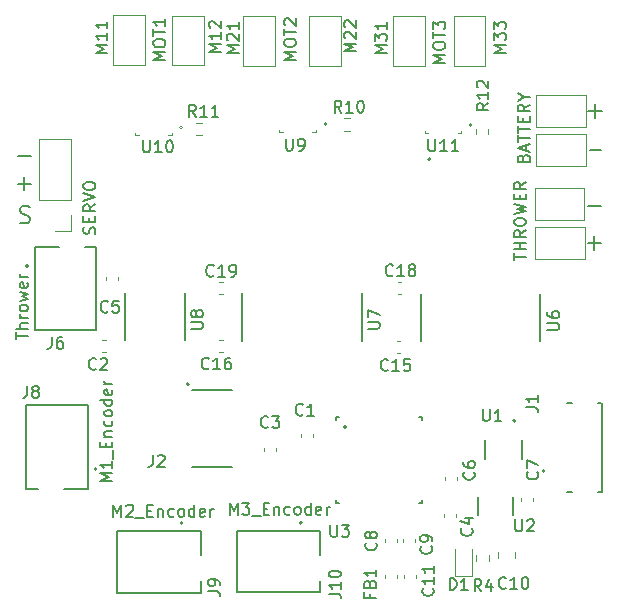
<source format=gbr>
%TF.GenerationSoftware,KiCad,Pcbnew,(6.0.7)*%
%TF.CreationDate,2022-10-31T13:10:49+02:00*%
%TF.ProjectId,DeltaX_SAGA,44656c74-6158-45f5-9341-47412e6b6963,rev?*%
%TF.SameCoordinates,Original*%
%TF.FileFunction,Legend,Top*%
%TF.FilePolarity,Positive*%
%FSLAX46Y46*%
G04 Gerber Fmt 4.6, Leading zero omitted, Abs format (unit mm)*
G04 Created by KiCad (PCBNEW (6.0.7)) date 2022-10-31 13:10:49*
%MOMM*%
%LPD*%
G01*
G04 APERTURE LIST*
%ADD10C,0.200000*%
%ADD11C,0.150000*%
%ADD12C,0.127000*%
%ADD13C,0.120000*%
%ADD14C,0.152400*%
G04 APERTURE END LIST*
D10*
X118850228Y-99031342D02*
X119993085Y-99031342D01*
X119421657Y-99602771D02*
X119421657Y-98459914D01*
X118867371Y-96681342D02*
X120010228Y-96681342D01*
X119030228Y-102321342D02*
X119244514Y-102392771D01*
X119601657Y-102392771D01*
X119744514Y-102321342D01*
X119815942Y-102249914D01*
X119887371Y-102107057D01*
X119887371Y-101964200D01*
X119815942Y-101821342D01*
X119744514Y-101749914D01*
X119601657Y-101678485D01*
X119315942Y-101607057D01*
X119173085Y-101535628D01*
X119101657Y-101464200D01*
X119030228Y-101321342D01*
X119030228Y-101178485D01*
X119101657Y-101035628D01*
X119173085Y-100964200D01*
X119315942Y-100892771D01*
X119673085Y-100892771D01*
X119887371Y-100964200D01*
X131351180Y-88558485D02*
X130351180Y-88558485D01*
X131065466Y-88225152D01*
X130351180Y-87891819D01*
X131351180Y-87891819D01*
X130351180Y-87225152D02*
X130351180Y-87034676D01*
X130398800Y-86939438D01*
X130494038Y-86844200D01*
X130684514Y-86796580D01*
X131017847Y-86796580D01*
X131208323Y-86844200D01*
X131303561Y-86939438D01*
X131351180Y-87034676D01*
X131351180Y-87225152D01*
X131303561Y-87320390D01*
X131208323Y-87415628D01*
X131017847Y-87463247D01*
X130684514Y-87463247D01*
X130494038Y-87415628D01*
X130398800Y-87320390D01*
X130351180Y-87225152D01*
X130351180Y-86510866D02*
X130351180Y-85939438D01*
X131351180Y-86225152D02*
X130351180Y-86225152D01*
X131351180Y-85082295D02*
X131351180Y-85653723D01*
X131351180Y-85368009D02*
X130351180Y-85368009D01*
X130494038Y-85463247D01*
X130589276Y-85558485D01*
X130636895Y-85653723D01*
X142421180Y-88518485D02*
X141421180Y-88518485D01*
X142135466Y-88185152D01*
X141421180Y-87851819D01*
X142421180Y-87851819D01*
X141421180Y-87185152D02*
X141421180Y-86994676D01*
X141468800Y-86899438D01*
X141564038Y-86804200D01*
X141754514Y-86756580D01*
X142087847Y-86756580D01*
X142278323Y-86804200D01*
X142373561Y-86899438D01*
X142421180Y-86994676D01*
X142421180Y-87185152D01*
X142373561Y-87280390D01*
X142278323Y-87375628D01*
X142087847Y-87423247D01*
X141754514Y-87423247D01*
X141564038Y-87375628D01*
X141468800Y-87280390D01*
X141421180Y-87185152D01*
X141421180Y-86470866D02*
X141421180Y-85899438D01*
X142421180Y-86185152D02*
X141421180Y-86185152D01*
X141516419Y-85613723D02*
X141468800Y-85566104D01*
X141421180Y-85470866D01*
X141421180Y-85232771D01*
X141468800Y-85137533D01*
X141516419Y-85089914D01*
X141611657Y-85042295D01*
X141706895Y-85042295D01*
X141849752Y-85089914D01*
X142421180Y-85661342D01*
X142421180Y-85042295D01*
X161677371Y-96854200D02*
X161724990Y-96711342D01*
X161772609Y-96663723D01*
X161867847Y-96616104D01*
X162010704Y-96616104D01*
X162105942Y-96663723D01*
X162153561Y-96711342D01*
X162201180Y-96806580D01*
X162201180Y-97187533D01*
X161201180Y-97187533D01*
X161201180Y-96854200D01*
X161248800Y-96758961D01*
X161296419Y-96711342D01*
X161391657Y-96663723D01*
X161486895Y-96663723D01*
X161582133Y-96711342D01*
X161629752Y-96758961D01*
X161677371Y-96854200D01*
X161677371Y-97187533D01*
X161915466Y-96235152D02*
X161915466Y-95758961D01*
X162201180Y-96330390D02*
X161201180Y-95997057D01*
X162201180Y-95663723D01*
X161201180Y-95473247D02*
X161201180Y-94901819D01*
X162201180Y-95187533D02*
X161201180Y-95187533D01*
X161201180Y-94711342D02*
X161201180Y-94139914D01*
X162201180Y-94425628D02*
X161201180Y-94425628D01*
X161677371Y-93806580D02*
X161677371Y-93473247D01*
X162201180Y-93330390D02*
X162201180Y-93806580D01*
X161201180Y-93806580D01*
X161201180Y-93330390D01*
X162201180Y-92330390D02*
X161724990Y-92663723D01*
X162201180Y-92901819D02*
X161201180Y-92901819D01*
X161201180Y-92520866D01*
X161248800Y-92425628D01*
X161296419Y-92378009D01*
X161391657Y-92330390D01*
X161534514Y-92330390D01*
X161629752Y-92378009D01*
X161677371Y-92425628D01*
X161724990Y-92520866D01*
X161724990Y-92901819D01*
X161724990Y-91711342D02*
X162201180Y-91711342D01*
X161201180Y-92044676D02*
X161724990Y-91711342D01*
X161201180Y-91378009D01*
X160881180Y-105501342D02*
X160881180Y-104929914D01*
X161881180Y-105215628D02*
X160881180Y-105215628D01*
X161881180Y-104596580D02*
X160881180Y-104596580D01*
X161357371Y-104596580D02*
X161357371Y-104025152D01*
X161881180Y-104025152D02*
X160881180Y-104025152D01*
X161881180Y-102977533D02*
X161404990Y-103310866D01*
X161881180Y-103548961D02*
X160881180Y-103548961D01*
X160881180Y-103168009D01*
X160928800Y-103072771D01*
X160976419Y-103025152D01*
X161071657Y-102977533D01*
X161214514Y-102977533D01*
X161309752Y-103025152D01*
X161357371Y-103072771D01*
X161404990Y-103168009D01*
X161404990Y-103548961D01*
X160881180Y-102358485D02*
X160881180Y-102168009D01*
X160928800Y-102072771D01*
X161024038Y-101977533D01*
X161214514Y-101929914D01*
X161547847Y-101929914D01*
X161738323Y-101977533D01*
X161833561Y-102072771D01*
X161881180Y-102168009D01*
X161881180Y-102358485D01*
X161833561Y-102453723D01*
X161738323Y-102548961D01*
X161547847Y-102596580D01*
X161214514Y-102596580D01*
X161024038Y-102548961D01*
X160928800Y-102453723D01*
X160881180Y-102358485D01*
X160881180Y-101596580D02*
X161881180Y-101358485D01*
X161166895Y-101168009D01*
X161881180Y-100977533D01*
X160881180Y-100739438D01*
X161357371Y-100358485D02*
X161357371Y-100025152D01*
X161881180Y-99882295D02*
X161881180Y-100358485D01*
X160881180Y-100358485D01*
X160881180Y-99882295D01*
X161881180Y-98882295D02*
X161404990Y-99215628D01*
X161881180Y-99453723D02*
X160881180Y-99453723D01*
X160881180Y-99072771D01*
X160928800Y-98977533D01*
X160976419Y-98929914D01*
X161071657Y-98882295D01*
X161214514Y-98882295D01*
X161309752Y-98929914D01*
X161357371Y-98977533D01*
X161404990Y-99072771D01*
X161404990Y-99453723D01*
X155051180Y-88778485D02*
X154051180Y-88778485D01*
X154765466Y-88445152D01*
X154051180Y-88111819D01*
X155051180Y-88111819D01*
X154051180Y-87445152D02*
X154051180Y-87254676D01*
X154098800Y-87159438D01*
X154194038Y-87064200D01*
X154384514Y-87016580D01*
X154717847Y-87016580D01*
X154908323Y-87064200D01*
X155003561Y-87159438D01*
X155051180Y-87254676D01*
X155051180Y-87445152D01*
X155003561Y-87540390D01*
X154908323Y-87635628D01*
X154717847Y-87683247D01*
X154384514Y-87683247D01*
X154194038Y-87635628D01*
X154098800Y-87540390D01*
X154051180Y-87445152D01*
X154051180Y-86730866D02*
X154051180Y-86159438D01*
X155051180Y-86445152D02*
X154051180Y-86445152D01*
X154051180Y-85921342D02*
X154051180Y-85302295D01*
X154432133Y-85635628D01*
X154432133Y-85492771D01*
X154479752Y-85397533D01*
X154527371Y-85349914D01*
X154622609Y-85302295D01*
X154860704Y-85302295D01*
X154955942Y-85349914D01*
X155003561Y-85397533D01*
X155051180Y-85492771D01*
X155051180Y-85778485D01*
X155003561Y-85873723D01*
X154955942Y-85921342D01*
%TO.C,J8*%
X119655466Y-116166580D02*
X119655466Y-116880866D01*
X119607847Y-117023723D01*
X119512609Y-117118961D01*
X119369752Y-117166580D01*
X119274514Y-117166580D01*
X120274514Y-116595152D02*
X120179276Y-116547533D01*
X120131657Y-116499914D01*
X120084038Y-116404676D01*
X120084038Y-116357057D01*
X120131657Y-116261819D01*
X120179276Y-116214200D01*
X120274514Y-116166580D01*
X120464990Y-116166580D01*
X120560228Y-116214200D01*
X120607847Y-116261819D01*
X120655466Y-116357057D01*
X120655466Y-116404676D01*
X120607847Y-116499914D01*
X120560228Y-116547533D01*
X120464990Y-116595152D01*
X120274514Y-116595152D01*
X120179276Y-116642771D01*
X120131657Y-116690390D01*
X120084038Y-116785628D01*
X120084038Y-116976104D01*
X120131657Y-117071342D01*
X120179276Y-117118961D01*
X120274514Y-117166580D01*
X120464990Y-117166580D01*
X120560228Y-117118961D01*
X120607847Y-117071342D01*
X120655466Y-116976104D01*
X120655466Y-116785628D01*
X120607847Y-116690390D01*
X120560228Y-116642771D01*
X120464990Y-116595152D01*
X126871180Y-124200866D02*
X125871180Y-124200866D01*
X126585466Y-123867533D01*
X125871180Y-123534200D01*
X126871180Y-123534200D01*
X126871180Y-122534200D02*
X126871180Y-123105628D01*
X126871180Y-122819914D02*
X125871180Y-122819914D01*
X126014038Y-122915152D01*
X126109276Y-123010390D01*
X126156895Y-123105628D01*
X126966419Y-122343723D02*
X126966419Y-121581819D01*
X126347371Y-121343723D02*
X126347371Y-121010390D01*
X126871180Y-120867533D02*
X126871180Y-121343723D01*
X125871180Y-121343723D01*
X125871180Y-120867533D01*
X126204514Y-120438961D02*
X126871180Y-120438961D01*
X126299752Y-120438961D02*
X126252133Y-120391342D01*
X126204514Y-120296104D01*
X126204514Y-120153247D01*
X126252133Y-120058009D01*
X126347371Y-120010390D01*
X126871180Y-120010390D01*
X126823561Y-119105628D02*
X126871180Y-119200866D01*
X126871180Y-119391342D01*
X126823561Y-119486580D01*
X126775942Y-119534200D01*
X126680704Y-119581819D01*
X126394990Y-119581819D01*
X126299752Y-119534200D01*
X126252133Y-119486580D01*
X126204514Y-119391342D01*
X126204514Y-119200866D01*
X126252133Y-119105628D01*
X126871180Y-118534200D02*
X126823561Y-118629438D01*
X126775942Y-118677057D01*
X126680704Y-118724676D01*
X126394990Y-118724676D01*
X126299752Y-118677057D01*
X126252133Y-118629438D01*
X126204514Y-118534200D01*
X126204514Y-118391342D01*
X126252133Y-118296104D01*
X126299752Y-118248485D01*
X126394990Y-118200866D01*
X126680704Y-118200866D01*
X126775942Y-118248485D01*
X126823561Y-118296104D01*
X126871180Y-118391342D01*
X126871180Y-118534200D01*
X126871180Y-117343723D02*
X125871180Y-117343723D01*
X126823561Y-117343723D02*
X126871180Y-117438961D01*
X126871180Y-117629438D01*
X126823561Y-117724676D01*
X126775942Y-117772295D01*
X126680704Y-117819914D01*
X126394990Y-117819914D01*
X126299752Y-117772295D01*
X126252133Y-117724676D01*
X126204514Y-117629438D01*
X126204514Y-117438961D01*
X126252133Y-117343723D01*
X126823561Y-116486580D02*
X126871180Y-116581819D01*
X126871180Y-116772295D01*
X126823561Y-116867533D01*
X126728323Y-116915152D01*
X126347371Y-116915152D01*
X126252133Y-116867533D01*
X126204514Y-116772295D01*
X126204514Y-116581819D01*
X126252133Y-116486580D01*
X126347371Y-116438961D01*
X126442609Y-116438961D01*
X126537847Y-116915152D01*
X126871180Y-116010390D02*
X126204514Y-116010390D01*
X126394990Y-116010390D02*
X126299752Y-115962771D01*
X126252133Y-115915152D01*
X126204514Y-115819914D01*
X126204514Y-115724676D01*
%TO.C,J6*%
X121735466Y-111996580D02*
X121735466Y-112710866D01*
X121687847Y-112853723D01*
X121592609Y-112948961D01*
X121449752Y-112996580D01*
X121354514Y-112996580D01*
X122640228Y-111996580D02*
X122449752Y-111996580D01*
X122354514Y-112044200D01*
X122306895Y-112091819D01*
X122211657Y-112234676D01*
X122164038Y-112425152D01*
X122164038Y-112806104D01*
X122211657Y-112901342D01*
X122259276Y-112948961D01*
X122354514Y-112996580D01*
X122544990Y-112996580D01*
X122640228Y-112948961D01*
X122687847Y-112901342D01*
X122735466Y-112806104D01*
X122735466Y-112568009D01*
X122687847Y-112472771D01*
X122640228Y-112425152D01*
X122544990Y-112377533D01*
X122354514Y-112377533D01*
X122259276Y-112425152D01*
X122211657Y-112472771D01*
X122164038Y-112568009D01*
X118711180Y-112196104D02*
X118711180Y-111624676D01*
X119711180Y-111910390D02*
X118711180Y-111910390D01*
X119711180Y-111291342D02*
X118711180Y-111291342D01*
X119711180Y-110862771D02*
X119187371Y-110862771D01*
X119092133Y-110910390D01*
X119044514Y-111005628D01*
X119044514Y-111148485D01*
X119092133Y-111243723D01*
X119139752Y-111291342D01*
X119711180Y-110386580D02*
X119044514Y-110386580D01*
X119234990Y-110386580D02*
X119139752Y-110338961D01*
X119092133Y-110291342D01*
X119044514Y-110196104D01*
X119044514Y-110100866D01*
X119711180Y-109624676D02*
X119663561Y-109719914D01*
X119615942Y-109767533D01*
X119520704Y-109815152D01*
X119234990Y-109815152D01*
X119139752Y-109767533D01*
X119092133Y-109719914D01*
X119044514Y-109624676D01*
X119044514Y-109481819D01*
X119092133Y-109386580D01*
X119139752Y-109338961D01*
X119234990Y-109291342D01*
X119520704Y-109291342D01*
X119615942Y-109338961D01*
X119663561Y-109386580D01*
X119711180Y-109481819D01*
X119711180Y-109624676D01*
X119044514Y-108958009D02*
X119711180Y-108767533D01*
X119234990Y-108577057D01*
X119711180Y-108386580D01*
X119044514Y-108196104D01*
X119663561Y-107434200D02*
X119711180Y-107529438D01*
X119711180Y-107719914D01*
X119663561Y-107815152D01*
X119568323Y-107862771D01*
X119187371Y-107862771D01*
X119092133Y-107815152D01*
X119044514Y-107719914D01*
X119044514Y-107529438D01*
X119092133Y-107434200D01*
X119187371Y-107386580D01*
X119282609Y-107386580D01*
X119377847Y-107862771D01*
X119711180Y-106958009D02*
X119044514Y-106958009D01*
X119234990Y-106958009D02*
X119139752Y-106910390D01*
X119092133Y-106862771D01*
X119044514Y-106767533D01*
X119044514Y-106672295D01*
%TO.C,C2*%
X125502133Y-114691342D02*
X125454514Y-114738961D01*
X125311657Y-114786580D01*
X125216419Y-114786580D01*
X125073561Y-114738961D01*
X124978323Y-114643723D01*
X124930704Y-114548485D01*
X124883085Y-114358009D01*
X124883085Y-114215152D01*
X124930704Y-114024676D01*
X124978323Y-113929438D01*
X125073561Y-113834200D01*
X125216419Y-113786580D01*
X125311657Y-113786580D01*
X125454514Y-113834200D01*
X125502133Y-113881819D01*
X125883085Y-113881819D02*
X125930704Y-113834200D01*
X126025942Y-113786580D01*
X126264038Y-113786580D01*
X126359276Y-113834200D01*
X126406895Y-113881819D01*
X126454514Y-113977057D01*
X126454514Y-114072295D01*
X126406895Y-114215152D01*
X125835466Y-114786580D01*
X126454514Y-114786580D01*
%TO.C,C1*%
X143012133Y-118571342D02*
X142964514Y-118618961D01*
X142821657Y-118666580D01*
X142726419Y-118666580D01*
X142583561Y-118618961D01*
X142488323Y-118523723D01*
X142440704Y-118428485D01*
X142393085Y-118238009D01*
X142393085Y-118095152D01*
X142440704Y-117904676D01*
X142488323Y-117809438D01*
X142583561Y-117714200D01*
X142726419Y-117666580D01*
X142821657Y-117666580D01*
X142964514Y-117714200D01*
X143012133Y-117761819D01*
X143964514Y-118666580D02*
X143393085Y-118666580D01*
X143678800Y-118666580D02*
X143678800Y-117666580D01*
X143583561Y-117809438D01*
X143488323Y-117904676D01*
X143393085Y-117952295D01*
%TO.C,J3*%
X125383561Y-103264676D02*
X125431180Y-103121819D01*
X125431180Y-102883723D01*
X125383561Y-102788485D01*
X125335942Y-102740866D01*
X125240704Y-102693247D01*
X125145466Y-102693247D01*
X125050228Y-102740866D01*
X125002609Y-102788485D01*
X124954990Y-102883723D01*
X124907371Y-103074200D01*
X124859752Y-103169438D01*
X124812133Y-103217057D01*
X124716895Y-103264676D01*
X124621657Y-103264676D01*
X124526419Y-103217057D01*
X124478800Y-103169438D01*
X124431180Y-103074200D01*
X124431180Y-102836104D01*
X124478800Y-102693247D01*
X124907371Y-102264676D02*
X124907371Y-101931342D01*
X125431180Y-101788485D02*
X125431180Y-102264676D01*
X124431180Y-102264676D01*
X124431180Y-101788485D01*
X125431180Y-100788485D02*
X124954990Y-101121819D01*
X125431180Y-101359914D02*
X124431180Y-101359914D01*
X124431180Y-100978961D01*
X124478800Y-100883723D01*
X124526419Y-100836104D01*
X124621657Y-100788485D01*
X124764514Y-100788485D01*
X124859752Y-100836104D01*
X124907371Y-100883723D01*
X124954990Y-100978961D01*
X124954990Y-101359914D01*
X124431180Y-100502771D02*
X125431180Y-100169438D01*
X124431180Y-99836104D01*
X124431180Y-99312295D02*
X124431180Y-99121819D01*
X124478800Y-99026580D01*
X124574038Y-98931342D01*
X124764514Y-98883723D01*
X125097847Y-98883723D01*
X125288323Y-98931342D01*
X125383561Y-99026580D01*
X125431180Y-99121819D01*
X125431180Y-99312295D01*
X125383561Y-99407533D01*
X125288323Y-99502771D01*
X125097847Y-99550390D01*
X124764514Y-99550390D01*
X124574038Y-99502771D01*
X124478800Y-99407533D01*
X124431180Y-99312295D01*
%TO.C,FB1*%
X148677371Y-133747533D02*
X148677371Y-134080866D01*
X149201180Y-134080866D02*
X148201180Y-134080866D01*
X148201180Y-133604676D01*
X148677371Y-132890390D02*
X148724990Y-132747533D01*
X148772609Y-132699914D01*
X148867847Y-132652295D01*
X149010704Y-132652295D01*
X149105942Y-132699914D01*
X149153561Y-132747533D01*
X149201180Y-132842771D01*
X149201180Y-133223723D01*
X148201180Y-133223723D01*
X148201180Y-132890390D01*
X148248800Y-132795152D01*
X148296419Y-132747533D01*
X148391657Y-132699914D01*
X148486895Y-132699914D01*
X148582133Y-132747533D01*
X148629752Y-132795152D01*
X148677371Y-132890390D01*
X148677371Y-133223723D01*
X149201180Y-131699914D02*
X149201180Y-132271342D01*
X149201180Y-131985628D02*
X148201180Y-131985628D01*
X148344038Y-132080866D01*
X148439276Y-132176104D01*
X148486895Y-132271342D01*
%TO.C,C8*%
X149175942Y-129430866D02*
X149223561Y-129478485D01*
X149271180Y-129621342D01*
X149271180Y-129716580D01*
X149223561Y-129859438D01*
X149128323Y-129954676D01*
X149033085Y-130002295D01*
X148842609Y-130049914D01*
X148699752Y-130049914D01*
X148509276Y-130002295D01*
X148414038Y-129954676D01*
X148318800Y-129859438D01*
X148271180Y-129716580D01*
X148271180Y-129621342D01*
X148318800Y-129478485D01*
X148366419Y-129430866D01*
X148699752Y-128859438D02*
X148652133Y-128954676D01*
X148604514Y-129002295D01*
X148509276Y-129049914D01*
X148461657Y-129049914D01*
X148366419Y-129002295D01*
X148318800Y-128954676D01*
X148271180Y-128859438D01*
X148271180Y-128668961D01*
X148318800Y-128573723D01*
X148366419Y-128526104D01*
X148461657Y-128478485D01*
X148509276Y-128478485D01*
X148604514Y-128526104D01*
X148652133Y-128573723D01*
X148699752Y-128668961D01*
X148699752Y-128859438D01*
X148747371Y-128954676D01*
X148794990Y-129002295D01*
X148890228Y-129049914D01*
X149080704Y-129049914D01*
X149175942Y-129002295D01*
X149223561Y-128954676D01*
X149271180Y-128859438D01*
X149271180Y-128668961D01*
X149223561Y-128573723D01*
X149175942Y-128526104D01*
X149080704Y-128478485D01*
X148890228Y-128478485D01*
X148794990Y-128526104D01*
X148747371Y-128573723D01*
X148699752Y-128668961D01*
%TO.C,J2*%
X130295466Y-122016580D02*
X130295466Y-122730866D01*
X130247847Y-122873723D01*
X130152609Y-122968961D01*
X130009752Y-123016580D01*
X129914514Y-123016580D01*
X130724038Y-122111819D02*
X130771657Y-122064200D01*
X130866895Y-122016580D01*
X131104990Y-122016580D01*
X131200228Y-122064200D01*
X131247847Y-122111819D01*
X131295466Y-122207057D01*
X131295466Y-122302295D01*
X131247847Y-122445152D01*
X130676419Y-123016580D01*
X131295466Y-123016580D01*
%TO.C,J16*%
X167692742Y-104642228D02*
X167692742Y-103499371D01*
X168264171Y-104070800D02*
X167121314Y-104070800D01*
%TO.C,U3*%
X145336895Y-127916580D02*
X145336895Y-128726104D01*
X145384514Y-128821342D01*
X145432133Y-128868961D01*
X145527371Y-128916580D01*
X145717847Y-128916580D01*
X145813085Y-128868961D01*
X145860704Y-128821342D01*
X145908323Y-128726104D01*
X145908323Y-127916580D01*
X146289276Y-127916580D02*
X146908323Y-127916580D01*
X146574990Y-128297533D01*
X146717847Y-128297533D01*
X146813085Y-128345152D01*
X146860704Y-128392771D01*
X146908323Y-128488009D01*
X146908323Y-128726104D01*
X146860704Y-128821342D01*
X146813085Y-128868961D01*
X146717847Y-128916580D01*
X146432133Y-128916580D01*
X146336895Y-128868961D01*
X146289276Y-128821342D01*
%TO.C,D1*%
X155450704Y-133426580D02*
X155450704Y-132426580D01*
X155688800Y-132426580D01*
X155831657Y-132474200D01*
X155926895Y-132569438D01*
X155974514Y-132664676D01*
X156022133Y-132855152D01*
X156022133Y-132998009D01*
X155974514Y-133188485D01*
X155926895Y-133283723D01*
X155831657Y-133378961D01*
X155688800Y-133426580D01*
X155450704Y-133426580D01*
X156974514Y-133426580D02*
X156403085Y-133426580D01*
X156688800Y-133426580D02*
X156688800Y-132426580D01*
X156593561Y-132569438D01*
X156498323Y-132664676D01*
X156403085Y-132712295D01*
%TO.C,J17*%
X168258628Y-100890257D02*
X167115771Y-100890257D01*
%TO.C,C11*%
X154005942Y-133297057D02*
X154053561Y-133344676D01*
X154101180Y-133487533D01*
X154101180Y-133582771D01*
X154053561Y-133725628D01*
X153958323Y-133820866D01*
X153863085Y-133868485D01*
X153672609Y-133916104D01*
X153529752Y-133916104D01*
X153339276Y-133868485D01*
X153244038Y-133820866D01*
X153148800Y-133725628D01*
X153101180Y-133582771D01*
X153101180Y-133487533D01*
X153148800Y-133344676D01*
X153196419Y-133297057D01*
X154101180Y-132344676D02*
X154101180Y-132916104D01*
X154101180Y-132630390D02*
X153101180Y-132630390D01*
X153244038Y-132725628D01*
X153339276Y-132820866D01*
X153386895Y-132916104D01*
X154101180Y-131392295D02*
X154101180Y-131963723D01*
X154101180Y-131678009D02*
X153101180Y-131678009D01*
X153244038Y-131773247D01*
X153339276Y-131868485D01*
X153386895Y-131963723D01*
%TO.C,R4*%
X158112133Y-133536580D02*
X157778800Y-133060390D01*
X157540704Y-133536580D02*
X157540704Y-132536580D01*
X157921657Y-132536580D01*
X158016895Y-132584200D01*
X158064514Y-132631819D01*
X158112133Y-132727057D01*
X158112133Y-132869914D01*
X158064514Y-132965152D01*
X158016895Y-133012771D01*
X157921657Y-133060390D01*
X157540704Y-133060390D01*
X158969276Y-132869914D02*
X158969276Y-133536580D01*
X158731180Y-132488961D02*
X158493085Y-133203247D01*
X159112133Y-133203247D01*
%TO.C,U9*%
X141576895Y-95226580D02*
X141576895Y-96036104D01*
X141624514Y-96131342D01*
X141672133Y-96178961D01*
X141767371Y-96226580D01*
X141957847Y-96226580D01*
X142053085Y-96178961D01*
X142100704Y-96131342D01*
X142148323Y-96036104D01*
X142148323Y-95226580D01*
X142672133Y-96226580D02*
X142862609Y-96226580D01*
X142957847Y-96178961D01*
X143005466Y-96131342D01*
X143100704Y-95988485D01*
X143148323Y-95798009D01*
X143148323Y-95417057D01*
X143100704Y-95321819D01*
X143053085Y-95274200D01*
X142957847Y-95226580D01*
X142767371Y-95226580D01*
X142672133Y-95274200D01*
X142624514Y-95321819D01*
X142576895Y-95417057D01*
X142576895Y-95655152D01*
X142624514Y-95750390D01*
X142672133Y-95798009D01*
X142767371Y-95845628D01*
X142957847Y-95845628D01*
X143053085Y-95798009D01*
X143100704Y-95750390D01*
X143148323Y-95655152D01*
%TO.C,J4*%
X126461180Y-87929914D02*
X125461180Y-87929914D01*
X126175466Y-87596580D01*
X125461180Y-87263247D01*
X126461180Y-87263247D01*
X126461180Y-86263247D02*
X126461180Y-86834676D01*
X126461180Y-86548961D02*
X125461180Y-86548961D01*
X125604038Y-86644200D01*
X125699276Y-86739438D01*
X125746895Y-86834676D01*
X126461180Y-85310866D02*
X126461180Y-85882295D01*
X126461180Y-85596580D02*
X125461180Y-85596580D01*
X125604038Y-85691819D01*
X125699276Y-85787057D01*
X125746895Y-85882295D01*
%TO.C,J10*%
X145201180Y-133743723D02*
X145915466Y-133743723D01*
X146058323Y-133791342D01*
X146153561Y-133886580D01*
X146201180Y-134029438D01*
X146201180Y-134124676D01*
X146201180Y-132743723D02*
X146201180Y-133315152D01*
X146201180Y-133029438D02*
X145201180Y-133029438D01*
X145344038Y-133124676D01*
X145439276Y-133219914D01*
X145486895Y-133315152D01*
X145201180Y-132124676D02*
X145201180Y-132029438D01*
X145248800Y-131934200D01*
X145296419Y-131886580D01*
X145391657Y-131838961D01*
X145582133Y-131791342D01*
X145820228Y-131791342D01*
X146010704Y-131838961D01*
X146105942Y-131886580D01*
X146153561Y-131934200D01*
X146201180Y-132029438D01*
X146201180Y-132124676D01*
X146153561Y-132219914D01*
X146105942Y-132267533D01*
X146010704Y-132315152D01*
X145820228Y-132362771D01*
X145582133Y-132362771D01*
X145391657Y-132315152D01*
X145296419Y-132267533D01*
X145248800Y-132219914D01*
X145201180Y-132124676D01*
X136822133Y-127056580D02*
X136822133Y-126056580D01*
X137155466Y-126770866D01*
X137488800Y-126056580D01*
X137488800Y-127056580D01*
X137869752Y-126056580D02*
X138488800Y-126056580D01*
X138155466Y-126437533D01*
X138298323Y-126437533D01*
X138393561Y-126485152D01*
X138441180Y-126532771D01*
X138488800Y-126628009D01*
X138488800Y-126866104D01*
X138441180Y-126961342D01*
X138393561Y-127008961D01*
X138298323Y-127056580D01*
X138012609Y-127056580D01*
X137917371Y-127008961D01*
X137869752Y-126961342D01*
X138679276Y-127151819D02*
X139441180Y-127151819D01*
X139679276Y-126532771D02*
X140012609Y-126532771D01*
X140155466Y-127056580D02*
X139679276Y-127056580D01*
X139679276Y-126056580D01*
X140155466Y-126056580D01*
X140584038Y-126389914D02*
X140584038Y-127056580D01*
X140584038Y-126485152D02*
X140631657Y-126437533D01*
X140726895Y-126389914D01*
X140869752Y-126389914D01*
X140964990Y-126437533D01*
X141012609Y-126532771D01*
X141012609Y-127056580D01*
X141917371Y-127008961D02*
X141822133Y-127056580D01*
X141631657Y-127056580D01*
X141536419Y-127008961D01*
X141488800Y-126961342D01*
X141441180Y-126866104D01*
X141441180Y-126580390D01*
X141488800Y-126485152D01*
X141536419Y-126437533D01*
X141631657Y-126389914D01*
X141822133Y-126389914D01*
X141917371Y-126437533D01*
X142488800Y-127056580D02*
X142393561Y-127008961D01*
X142345942Y-126961342D01*
X142298323Y-126866104D01*
X142298323Y-126580390D01*
X142345942Y-126485152D01*
X142393561Y-126437533D01*
X142488800Y-126389914D01*
X142631657Y-126389914D01*
X142726895Y-126437533D01*
X142774514Y-126485152D01*
X142822133Y-126580390D01*
X142822133Y-126866104D01*
X142774514Y-126961342D01*
X142726895Y-127008961D01*
X142631657Y-127056580D01*
X142488800Y-127056580D01*
X143679276Y-127056580D02*
X143679276Y-126056580D01*
X143679276Y-127008961D02*
X143584038Y-127056580D01*
X143393561Y-127056580D01*
X143298323Y-127008961D01*
X143250704Y-126961342D01*
X143203085Y-126866104D01*
X143203085Y-126580390D01*
X143250704Y-126485152D01*
X143298323Y-126437533D01*
X143393561Y-126389914D01*
X143584038Y-126389914D01*
X143679276Y-126437533D01*
X144536419Y-127008961D02*
X144441180Y-127056580D01*
X144250704Y-127056580D01*
X144155466Y-127008961D01*
X144107847Y-126913723D01*
X144107847Y-126532771D01*
X144155466Y-126437533D01*
X144250704Y-126389914D01*
X144441180Y-126389914D01*
X144536419Y-126437533D01*
X144584038Y-126532771D01*
X144584038Y-126628009D01*
X144107847Y-126723247D01*
X145012609Y-127056580D02*
X145012609Y-126389914D01*
X145012609Y-126580390D02*
X145060228Y-126485152D01*
X145107847Y-126437533D01*
X145203085Y-126389914D01*
X145298323Y-126389914D01*
%TO.C,J7*%
X168220542Y-96208485D02*
X167306257Y-96208485D01*
%TO.C,C5*%
X126502133Y-109841342D02*
X126454514Y-109888961D01*
X126311657Y-109936580D01*
X126216419Y-109936580D01*
X126073561Y-109888961D01*
X125978323Y-109793723D01*
X125930704Y-109698485D01*
X125883085Y-109508009D01*
X125883085Y-109365152D01*
X125930704Y-109174676D01*
X125978323Y-109079438D01*
X126073561Y-108984200D01*
X126216419Y-108936580D01*
X126311657Y-108936580D01*
X126454514Y-108984200D01*
X126502133Y-109031819D01*
X127406895Y-108936580D02*
X126930704Y-108936580D01*
X126883085Y-109412771D01*
X126930704Y-109365152D01*
X127025942Y-109317533D01*
X127264038Y-109317533D01*
X127359276Y-109365152D01*
X127406895Y-109412771D01*
X127454514Y-109508009D01*
X127454514Y-109746104D01*
X127406895Y-109841342D01*
X127359276Y-109888961D01*
X127264038Y-109936580D01*
X127025942Y-109936580D01*
X126930704Y-109888961D01*
X126883085Y-109841342D01*
%TO.C,R11*%
X133945942Y-93356580D02*
X133612609Y-92880390D01*
X133374514Y-93356580D02*
X133374514Y-92356580D01*
X133755466Y-92356580D01*
X133850704Y-92404200D01*
X133898323Y-92451819D01*
X133945942Y-92547057D01*
X133945942Y-92689914D01*
X133898323Y-92785152D01*
X133850704Y-92832771D01*
X133755466Y-92880390D01*
X133374514Y-92880390D01*
X134898323Y-93356580D02*
X134326895Y-93356580D01*
X134612609Y-93356580D02*
X134612609Y-92356580D01*
X134517371Y-92499438D01*
X134422133Y-92594676D01*
X134326895Y-92642295D01*
X135850704Y-93356580D02*
X135279276Y-93356580D01*
X135564990Y-93356580D02*
X135564990Y-92356580D01*
X135469752Y-92499438D01*
X135374514Y-92594676D01*
X135279276Y-92642295D01*
%TO.C,C16*%
X135045942Y-114651342D02*
X134998323Y-114698961D01*
X134855466Y-114746580D01*
X134760228Y-114746580D01*
X134617371Y-114698961D01*
X134522133Y-114603723D01*
X134474514Y-114508485D01*
X134426895Y-114318009D01*
X134426895Y-114175152D01*
X134474514Y-113984676D01*
X134522133Y-113889438D01*
X134617371Y-113794200D01*
X134760228Y-113746580D01*
X134855466Y-113746580D01*
X134998323Y-113794200D01*
X135045942Y-113841819D01*
X135998323Y-114746580D02*
X135426895Y-114746580D01*
X135712609Y-114746580D02*
X135712609Y-113746580D01*
X135617371Y-113889438D01*
X135522133Y-113984676D01*
X135426895Y-114032295D01*
X136855466Y-113746580D02*
X136664990Y-113746580D01*
X136569752Y-113794200D01*
X136522133Y-113841819D01*
X136426895Y-113984676D01*
X136379276Y-114175152D01*
X136379276Y-114556104D01*
X136426895Y-114651342D01*
X136474514Y-114698961D01*
X136569752Y-114746580D01*
X136760228Y-114746580D01*
X136855466Y-114698961D01*
X136903085Y-114651342D01*
X136950704Y-114556104D01*
X136950704Y-114318009D01*
X136903085Y-114222771D01*
X136855466Y-114175152D01*
X136760228Y-114127533D01*
X136569752Y-114127533D01*
X136474514Y-114175152D01*
X136426895Y-114222771D01*
X136379276Y-114318009D01*
%TO.C,J12*%
X137571180Y-87989914D02*
X136571180Y-87989914D01*
X137285466Y-87656580D01*
X136571180Y-87323247D01*
X137571180Y-87323247D01*
X136666419Y-86894676D02*
X136618800Y-86847057D01*
X136571180Y-86751819D01*
X136571180Y-86513723D01*
X136618800Y-86418485D01*
X136666419Y-86370866D01*
X136761657Y-86323247D01*
X136856895Y-86323247D01*
X136999752Y-86370866D01*
X137571180Y-86942295D01*
X137571180Y-86323247D01*
X137571180Y-85370866D02*
X137571180Y-85942295D01*
X137571180Y-85656580D02*
X136571180Y-85656580D01*
X136714038Y-85751819D01*
X136809276Y-85847057D01*
X136856895Y-85942295D01*
%TO.C,U10*%
X129480704Y-95366580D02*
X129480704Y-96176104D01*
X129528323Y-96271342D01*
X129575942Y-96318961D01*
X129671180Y-96366580D01*
X129861657Y-96366580D01*
X129956895Y-96318961D01*
X130004514Y-96271342D01*
X130052133Y-96176104D01*
X130052133Y-95366580D01*
X131052133Y-96366580D02*
X130480704Y-96366580D01*
X130766419Y-96366580D02*
X130766419Y-95366580D01*
X130671180Y-95509438D01*
X130575942Y-95604676D01*
X130480704Y-95652295D01*
X131671180Y-95366580D02*
X131766419Y-95366580D01*
X131861657Y-95414200D01*
X131909276Y-95461819D01*
X131956895Y-95557057D01*
X132004514Y-95747533D01*
X132004514Y-95985628D01*
X131956895Y-96176104D01*
X131909276Y-96271342D01*
X131861657Y-96318961D01*
X131766419Y-96366580D01*
X131671180Y-96366580D01*
X131575942Y-96318961D01*
X131528323Y-96271342D01*
X131480704Y-96176104D01*
X131433085Y-95985628D01*
X131433085Y-95747533D01*
X131480704Y-95557057D01*
X131528323Y-95461819D01*
X131575942Y-95414200D01*
X131671180Y-95366580D01*
%TO.C,J13*%
X147511180Y-87829914D02*
X146511180Y-87829914D01*
X147225466Y-87496580D01*
X146511180Y-87163247D01*
X147511180Y-87163247D01*
X146606419Y-86734676D02*
X146558800Y-86687057D01*
X146511180Y-86591819D01*
X146511180Y-86353723D01*
X146558800Y-86258485D01*
X146606419Y-86210866D01*
X146701657Y-86163247D01*
X146796895Y-86163247D01*
X146939752Y-86210866D01*
X147511180Y-86782295D01*
X147511180Y-86163247D01*
X146606419Y-85782295D02*
X146558800Y-85734676D01*
X146511180Y-85639438D01*
X146511180Y-85401342D01*
X146558800Y-85306104D01*
X146606419Y-85258485D01*
X146701657Y-85210866D01*
X146796895Y-85210866D01*
X146939752Y-85258485D01*
X147511180Y-85829914D01*
X147511180Y-85210866D01*
%TO.C,C6*%
X157485942Y-123460866D02*
X157533561Y-123508485D01*
X157581180Y-123651342D01*
X157581180Y-123746580D01*
X157533561Y-123889438D01*
X157438323Y-123984676D01*
X157343085Y-124032295D01*
X157152609Y-124079914D01*
X157009752Y-124079914D01*
X156819276Y-124032295D01*
X156724038Y-123984676D01*
X156628800Y-123889438D01*
X156581180Y-123746580D01*
X156581180Y-123651342D01*
X156628800Y-123508485D01*
X156676419Y-123460866D01*
X156581180Y-122603723D02*
X156581180Y-122794200D01*
X156628800Y-122889438D01*
X156676419Y-122937057D01*
X156819276Y-123032295D01*
X157009752Y-123079914D01*
X157390704Y-123079914D01*
X157485942Y-123032295D01*
X157533561Y-122984676D01*
X157581180Y-122889438D01*
X157581180Y-122698961D01*
X157533561Y-122603723D01*
X157485942Y-122556104D01*
X157390704Y-122508485D01*
X157152609Y-122508485D01*
X157057371Y-122556104D01*
X157009752Y-122603723D01*
X156962133Y-122698961D01*
X156962133Y-122889438D01*
X157009752Y-122984676D01*
X157057371Y-123032295D01*
X157152609Y-123079914D01*
%TO.C,R10*%
X146275942Y-93006580D02*
X145942609Y-92530390D01*
X145704514Y-93006580D02*
X145704514Y-92006580D01*
X146085466Y-92006580D01*
X146180704Y-92054200D01*
X146228323Y-92101819D01*
X146275942Y-92197057D01*
X146275942Y-92339914D01*
X146228323Y-92435152D01*
X146180704Y-92482771D01*
X146085466Y-92530390D01*
X145704514Y-92530390D01*
X147228323Y-93006580D02*
X146656895Y-93006580D01*
X146942609Y-93006580D02*
X146942609Y-92006580D01*
X146847371Y-92149438D01*
X146752133Y-92244676D01*
X146656895Y-92292295D01*
X147847371Y-92006580D02*
X147942609Y-92006580D01*
X148037847Y-92054200D01*
X148085466Y-92101819D01*
X148133085Y-92197057D01*
X148180704Y-92387533D01*
X148180704Y-92625628D01*
X148133085Y-92816104D01*
X148085466Y-92911342D01*
X148037847Y-92958961D01*
X147942609Y-93006580D01*
X147847371Y-93006580D01*
X147752133Y-92958961D01*
X147704514Y-92911342D01*
X147656895Y-92816104D01*
X147609276Y-92625628D01*
X147609276Y-92387533D01*
X147656895Y-92197057D01*
X147704514Y-92101819D01*
X147752133Y-92054200D01*
X147847371Y-92006580D01*
%TO.C,U1*%
X158246895Y-118126580D02*
X158246895Y-118936104D01*
X158294514Y-119031342D01*
X158342133Y-119078961D01*
X158437371Y-119126580D01*
X158627847Y-119126580D01*
X158723085Y-119078961D01*
X158770704Y-119031342D01*
X158818323Y-118936104D01*
X158818323Y-118126580D01*
X159818323Y-119126580D02*
X159246895Y-119126580D01*
X159532609Y-119126580D02*
X159532609Y-118126580D01*
X159437371Y-118269438D01*
X159342133Y-118364676D01*
X159246895Y-118412295D01*
%TO.C,C3*%
X140072133Y-119611342D02*
X140024514Y-119658961D01*
X139881657Y-119706580D01*
X139786419Y-119706580D01*
X139643561Y-119658961D01*
X139548323Y-119563723D01*
X139500704Y-119468485D01*
X139453085Y-119278009D01*
X139453085Y-119135152D01*
X139500704Y-118944676D01*
X139548323Y-118849438D01*
X139643561Y-118754200D01*
X139786419Y-118706580D01*
X139881657Y-118706580D01*
X140024514Y-118754200D01*
X140072133Y-118801819D01*
X140405466Y-118706580D02*
X141024514Y-118706580D01*
X140691180Y-119087533D01*
X140834038Y-119087533D01*
X140929276Y-119135152D01*
X140976895Y-119182771D01*
X141024514Y-119278009D01*
X141024514Y-119516104D01*
X140976895Y-119611342D01*
X140929276Y-119658961D01*
X140834038Y-119706580D01*
X140548323Y-119706580D01*
X140453085Y-119658961D01*
X140405466Y-119611342D01*
%TO.C,J1*%
X161891180Y-117947533D02*
X162605466Y-117947533D01*
X162748323Y-117995152D01*
X162843561Y-118090390D01*
X162891180Y-118233247D01*
X162891180Y-118328485D01*
X162891180Y-116947533D02*
X162891180Y-117518961D01*
X162891180Y-117233247D02*
X161891180Y-117233247D01*
X162034038Y-117328485D01*
X162129276Y-117423723D01*
X162176895Y-117518961D01*
%TO.C,J5*%
X167755942Y-93435628D02*
X167755942Y-92292771D01*
X168327371Y-92864200D02*
X167184514Y-92864200D01*
%TO.C,C7*%
X162855942Y-123420866D02*
X162903561Y-123468485D01*
X162951180Y-123611342D01*
X162951180Y-123706580D01*
X162903561Y-123849438D01*
X162808323Y-123944676D01*
X162713085Y-123992295D01*
X162522609Y-124039914D01*
X162379752Y-124039914D01*
X162189276Y-123992295D01*
X162094038Y-123944676D01*
X161998800Y-123849438D01*
X161951180Y-123706580D01*
X161951180Y-123611342D01*
X161998800Y-123468485D01*
X162046419Y-123420866D01*
X161951180Y-123087533D02*
X161951180Y-122420866D01*
X162951180Y-122849438D01*
%TO.C,J9*%
X134991180Y-133517533D02*
X135705466Y-133517533D01*
X135848323Y-133565152D01*
X135943561Y-133660390D01*
X135991180Y-133803247D01*
X135991180Y-133898485D01*
X135991180Y-132993723D02*
X135991180Y-132803247D01*
X135943561Y-132708009D01*
X135895942Y-132660390D01*
X135753085Y-132565152D01*
X135562609Y-132517533D01*
X135181657Y-132517533D01*
X135086419Y-132565152D01*
X135038800Y-132612771D01*
X134991180Y-132708009D01*
X134991180Y-132898485D01*
X135038800Y-132993723D01*
X135086419Y-133041342D01*
X135181657Y-133088961D01*
X135419752Y-133088961D01*
X135514990Y-133041342D01*
X135562609Y-132993723D01*
X135610228Y-132898485D01*
X135610228Y-132708009D01*
X135562609Y-132612771D01*
X135514990Y-132565152D01*
X135419752Y-132517533D01*
X126972133Y-127226580D02*
X126972133Y-126226580D01*
X127305466Y-126940866D01*
X127638800Y-126226580D01*
X127638800Y-127226580D01*
X128067371Y-126321819D02*
X128114990Y-126274200D01*
X128210228Y-126226580D01*
X128448323Y-126226580D01*
X128543561Y-126274200D01*
X128591180Y-126321819D01*
X128638800Y-126417057D01*
X128638800Y-126512295D01*
X128591180Y-126655152D01*
X128019752Y-127226580D01*
X128638800Y-127226580D01*
X128829276Y-127321819D02*
X129591180Y-127321819D01*
X129829276Y-126702771D02*
X130162609Y-126702771D01*
X130305466Y-127226580D02*
X129829276Y-127226580D01*
X129829276Y-126226580D01*
X130305466Y-126226580D01*
X130734038Y-126559914D02*
X130734038Y-127226580D01*
X130734038Y-126655152D02*
X130781657Y-126607533D01*
X130876895Y-126559914D01*
X131019752Y-126559914D01*
X131114990Y-126607533D01*
X131162609Y-126702771D01*
X131162609Y-127226580D01*
X132067371Y-127178961D02*
X131972133Y-127226580D01*
X131781657Y-127226580D01*
X131686419Y-127178961D01*
X131638800Y-127131342D01*
X131591180Y-127036104D01*
X131591180Y-126750390D01*
X131638800Y-126655152D01*
X131686419Y-126607533D01*
X131781657Y-126559914D01*
X131972133Y-126559914D01*
X132067371Y-126607533D01*
X132638800Y-127226580D02*
X132543561Y-127178961D01*
X132495942Y-127131342D01*
X132448323Y-127036104D01*
X132448323Y-126750390D01*
X132495942Y-126655152D01*
X132543561Y-126607533D01*
X132638800Y-126559914D01*
X132781657Y-126559914D01*
X132876895Y-126607533D01*
X132924514Y-126655152D01*
X132972133Y-126750390D01*
X132972133Y-127036104D01*
X132924514Y-127131342D01*
X132876895Y-127178961D01*
X132781657Y-127226580D01*
X132638800Y-127226580D01*
X133829276Y-127226580D02*
X133829276Y-126226580D01*
X133829276Y-127178961D02*
X133734038Y-127226580D01*
X133543561Y-127226580D01*
X133448323Y-127178961D01*
X133400704Y-127131342D01*
X133353085Y-127036104D01*
X133353085Y-126750390D01*
X133400704Y-126655152D01*
X133448323Y-126607533D01*
X133543561Y-126559914D01*
X133734038Y-126559914D01*
X133829276Y-126607533D01*
X134686419Y-127178961D02*
X134591180Y-127226580D01*
X134400704Y-127226580D01*
X134305466Y-127178961D01*
X134257847Y-127083723D01*
X134257847Y-126702771D01*
X134305466Y-126607533D01*
X134400704Y-126559914D01*
X134591180Y-126559914D01*
X134686419Y-126607533D01*
X134734038Y-126702771D01*
X134734038Y-126798009D01*
X134257847Y-126893247D01*
X135162609Y-127226580D02*
X135162609Y-126559914D01*
X135162609Y-126750390D02*
X135210228Y-126655152D01*
X135257847Y-126607533D01*
X135353085Y-126559914D01*
X135448323Y-126559914D01*
%TO.C,C19*%
X135455942Y-106801342D02*
X135408323Y-106848961D01*
X135265466Y-106896580D01*
X135170228Y-106896580D01*
X135027371Y-106848961D01*
X134932133Y-106753723D01*
X134884514Y-106658485D01*
X134836895Y-106468009D01*
X134836895Y-106325152D01*
X134884514Y-106134676D01*
X134932133Y-106039438D01*
X135027371Y-105944200D01*
X135170228Y-105896580D01*
X135265466Y-105896580D01*
X135408323Y-105944200D01*
X135455942Y-105991819D01*
X136408323Y-106896580D02*
X135836895Y-106896580D01*
X136122609Y-106896580D02*
X136122609Y-105896580D01*
X136027371Y-106039438D01*
X135932133Y-106134676D01*
X135836895Y-106182295D01*
X136884514Y-106896580D02*
X137074990Y-106896580D01*
X137170228Y-106848961D01*
X137217847Y-106801342D01*
X137313085Y-106658485D01*
X137360704Y-106468009D01*
X137360704Y-106087057D01*
X137313085Y-105991819D01*
X137265466Y-105944200D01*
X137170228Y-105896580D01*
X136979752Y-105896580D01*
X136884514Y-105944200D01*
X136836895Y-105991819D01*
X136789276Y-106087057D01*
X136789276Y-106325152D01*
X136836895Y-106420390D01*
X136884514Y-106468009D01*
X136979752Y-106515628D01*
X137170228Y-106515628D01*
X137265466Y-106468009D01*
X137313085Y-106420390D01*
X137360704Y-106325152D01*
D11*
%TO.C,C10*%
X160194742Y-133235742D02*
X160147123Y-133283361D01*
X160004266Y-133330980D01*
X159909028Y-133330980D01*
X159766171Y-133283361D01*
X159670933Y-133188123D01*
X159623314Y-133092885D01*
X159575695Y-132902409D01*
X159575695Y-132759552D01*
X159623314Y-132569076D01*
X159670933Y-132473838D01*
X159766171Y-132378600D01*
X159909028Y-132330980D01*
X160004266Y-132330980D01*
X160147123Y-132378600D01*
X160194742Y-132426219D01*
X161147123Y-133330980D02*
X160575695Y-133330980D01*
X160861409Y-133330980D02*
X160861409Y-132330980D01*
X160766171Y-132473838D01*
X160670933Y-132569076D01*
X160575695Y-132616695D01*
X161766171Y-132330980D02*
X161861409Y-132330980D01*
X161956647Y-132378600D01*
X162004266Y-132426219D01*
X162051885Y-132521457D01*
X162099504Y-132711933D01*
X162099504Y-132950028D01*
X162051885Y-133140504D01*
X162004266Y-133235742D01*
X161956647Y-133283361D01*
X161861409Y-133330980D01*
X161766171Y-133330980D01*
X161670933Y-133283361D01*
X161623314Y-133235742D01*
X161575695Y-133140504D01*
X161528076Y-132950028D01*
X161528076Y-132711933D01*
X161575695Y-132521457D01*
X161623314Y-132426219D01*
X161670933Y-132378600D01*
X161766171Y-132330980D01*
D10*
%TO.C,J11*%
X136061980Y-87889114D02*
X135061980Y-87889114D01*
X135776266Y-87555780D01*
X135061980Y-87222447D01*
X136061980Y-87222447D01*
X136061980Y-86222447D02*
X136061980Y-86793876D01*
X136061980Y-86508161D02*
X135061980Y-86508161D01*
X135204838Y-86603400D01*
X135300076Y-86698638D01*
X135347695Y-86793876D01*
X135157219Y-85841495D02*
X135109600Y-85793876D01*
X135061980Y-85698638D01*
X135061980Y-85460542D01*
X135109600Y-85365304D01*
X135157219Y-85317685D01*
X135252457Y-85270066D01*
X135347695Y-85270066D01*
X135490552Y-85317685D01*
X136061980Y-85889114D01*
X136061980Y-85270066D01*
%TO.C,C4*%
X157285942Y-128210866D02*
X157333561Y-128258485D01*
X157381180Y-128401342D01*
X157381180Y-128496580D01*
X157333561Y-128639438D01*
X157238323Y-128734676D01*
X157143085Y-128782295D01*
X156952609Y-128829914D01*
X156809752Y-128829914D01*
X156619276Y-128782295D01*
X156524038Y-128734676D01*
X156428800Y-128639438D01*
X156381180Y-128496580D01*
X156381180Y-128401342D01*
X156428800Y-128258485D01*
X156476419Y-128210866D01*
X156714514Y-127353723D02*
X157381180Y-127353723D01*
X156333561Y-127591819D02*
X157047847Y-127829914D01*
X157047847Y-127210866D01*
%TO.C,C18*%
X150635942Y-106771342D02*
X150588323Y-106818961D01*
X150445466Y-106866580D01*
X150350228Y-106866580D01*
X150207371Y-106818961D01*
X150112133Y-106723723D01*
X150064514Y-106628485D01*
X150016895Y-106438009D01*
X150016895Y-106295152D01*
X150064514Y-106104676D01*
X150112133Y-106009438D01*
X150207371Y-105914200D01*
X150350228Y-105866580D01*
X150445466Y-105866580D01*
X150588323Y-105914200D01*
X150635942Y-105961819D01*
X151588323Y-106866580D02*
X151016895Y-106866580D01*
X151302609Y-106866580D02*
X151302609Y-105866580D01*
X151207371Y-106009438D01*
X151112133Y-106104676D01*
X151016895Y-106152295D01*
X152159752Y-106295152D02*
X152064514Y-106247533D01*
X152016895Y-106199914D01*
X151969276Y-106104676D01*
X151969276Y-106057057D01*
X152016895Y-105961819D01*
X152064514Y-105914200D01*
X152159752Y-105866580D01*
X152350228Y-105866580D01*
X152445466Y-105914200D01*
X152493085Y-105961819D01*
X152540704Y-106057057D01*
X152540704Y-106104676D01*
X152493085Y-106199914D01*
X152445466Y-106247533D01*
X152350228Y-106295152D01*
X152159752Y-106295152D01*
X152064514Y-106342771D01*
X152016895Y-106390390D01*
X151969276Y-106485628D01*
X151969276Y-106676104D01*
X152016895Y-106771342D01*
X152064514Y-106818961D01*
X152159752Y-106866580D01*
X152350228Y-106866580D01*
X152445466Y-106818961D01*
X152493085Y-106771342D01*
X152540704Y-106676104D01*
X152540704Y-106485628D01*
X152493085Y-106390390D01*
X152445466Y-106342771D01*
X152350228Y-106295152D01*
%TO.C,R12*%
X158711180Y-92217057D02*
X158234990Y-92550390D01*
X158711180Y-92788485D02*
X157711180Y-92788485D01*
X157711180Y-92407533D01*
X157758800Y-92312295D01*
X157806419Y-92264676D01*
X157901657Y-92217057D01*
X158044514Y-92217057D01*
X158139752Y-92264676D01*
X158187371Y-92312295D01*
X158234990Y-92407533D01*
X158234990Y-92788485D01*
X158711180Y-91264676D02*
X158711180Y-91836104D01*
X158711180Y-91550390D02*
X157711180Y-91550390D01*
X157854038Y-91645628D01*
X157949276Y-91740866D01*
X157996895Y-91836104D01*
X157806419Y-90883723D02*
X157758800Y-90836104D01*
X157711180Y-90740866D01*
X157711180Y-90502771D01*
X157758800Y-90407533D01*
X157806419Y-90359914D01*
X157901657Y-90312295D01*
X157996895Y-90312295D01*
X158139752Y-90359914D01*
X158711180Y-90931342D01*
X158711180Y-90312295D01*
%TO.C,J15*%
X160187980Y-87939914D02*
X159187980Y-87939914D01*
X159902266Y-87606580D01*
X159187980Y-87273247D01*
X160187980Y-87273247D01*
X159187980Y-86892295D02*
X159187980Y-86273247D01*
X159568933Y-86606580D01*
X159568933Y-86463723D01*
X159616552Y-86368485D01*
X159664171Y-86320866D01*
X159759409Y-86273247D01*
X159997504Y-86273247D01*
X160092742Y-86320866D01*
X160140361Y-86368485D01*
X160187980Y-86463723D01*
X160187980Y-86749438D01*
X160140361Y-86844676D01*
X160092742Y-86892295D01*
X159187980Y-85939914D02*
X159187980Y-85320866D01*
X159568933Y-85654200D01*
X159568933Y-85511342D01*
X159616552Y-85416104D01*
X159664171Y-85368485D01*
X159759409Y-85320866D01*
X159997504Y-85320866D01*
X160092742Y-85368485D01*
X160140361Y-85416104D01*
X160187980Y-85511342D01*
X160187980Y-85797057D01*
X160140361Y-85892295D01*
X160092742Y-85939914D01*
%TO.C,J14*%
X150111780Y-87989914D02*
X149111780Y-87989914D01*
X149826066Y-87656580D01*
X149111780Y-87323247D01*
X150111780Y-87323247D01*
X149111780Y-86942295D02*
X149111780Y-86323247D01*
X149492733Y-86656580D01*
X149492733Y-86513723D01*
X149540352Y-86418485D01*
X149587971Y-86370866D01*
X149683209Y-86323247D01*
X149921304Y-86323247D01*
X150016542Y-86370866D01*
X150064161Y-86418485D01*
X150111780Y-86513723D01*
X150111780Y-86799438D01*
X150064161Y-86894676D01*
X150016542Y-86942295D01*
X150111780Y-85370866D02*
X150111780Y-85942295D01*
X150111780Y-85656580D02*
X149111780Y-85656580D01*
X149254638Y-85751819D01*
X149349876Y-85847057D01*
X149397495Y-85942295D01*
%TO.C,C15*%
X150205942Y-114781342D02*
X150158323Y-114828961D01*
X150015466Y-114876580D01*
X149920228Y-114876580D01*
X149777371Y-114828961D01*
X149682133Y-114733723D01*
X149634514Y-114638485D01*
X149586895Y-114448009D01*
X149586895Y-114305152D01*
X149634514Y-114114676D01*
X149682133Y-114019438D01*
X149777371Y-113924200D01*
X149920228Y-113876580D01*
X150015466Y-113876580D01*
X150158323Y-113924200D01*
X150205942Y-113971819D01*
X151158323Y-114876580D02*
X150586895Y-114876580D01*
X150872609Y-114876580D02*
X150872609Y-113876580D01*
X150777371Y-114019438D01*
X150682133Y-114114676D01*
X150586895Y-114162295D01*
X152063085Y-113876580D02*
X151586895Y-113876580D01*
X151539276Y-114352771D01*
X151586895Y-114305152D01*
X151682133Y-114257533D01*
X151920228Y-114257533D01*
X152015466Y-114305152D01*
X152063085Y-114352771D01*
X152110704Y-114448009D01*
X152110704Y-114686104D01*
X152063085Y-114781342D01*
X152015466Y-114828961D01*
X151920228Y-114876580D01*
X151682133Y-114876580D01*
X151586895Y-114828961D01*
X151539276Y-114781342D01*
%TO.C,C9*%
X153855942Y-129740866D02*
X153903561Y-129788485D01*
X153951180Y-129931342D01*
X153951180Y-130026580D01*
X153903561Y-130169438D01*
X153808323Y-130264676D01*
X153713085Y-130312295D01*
X153522609Y-130359914D01*
X153379752Y-130359914D01*
X153189276Y-130312295D01*
X153094038Y-130264676D01*
X152998800Y-130169438D01*
X152951180Y-130026580D01*
X152951180Y-129931342D01*
X152998800Y-129788485D01*
X153046419Y-129740866D01*
X153951180Y-129264676D02*
X153951180Y-129074200D01*
X153903561Y-128978961D01*
X153855942Y-128931342D01*
X153713085Y-128836104D01*
X153522609Y-128788485D01*
X153141657Y-128788485D01*
X153046419Y-128836104D01*
X152998800Y-128883723D01*
X152951180Y-128978961D01*
X152951180Y-129169438D01*
X152998800Y-129264676D01*
X153046419Y-129312295D01*
X153141657Y-129359914D01*
X153379752Y-129359914D01*
X153474990Y-129312295D01*
X153522609Y-129264676D01*
X153570228Y-129169438D01*
X153570228Y-128978961D01*
X153522609Y-128883723D01*
X153474990Y-128836104D01*
X153379752Y-128788485D01*
%TO.C,U11*%
X153640704Y-95276580D02*
X153640704Y-96086104D01*
X153688323Y-96181342D01*
X153735942Y-96228961D01*
X153831180Y-96276580D01*
X154021657Y-96276580D01*
X154116895Y-96228961D01*
X154164514Y-96181342D01*
X154212133Y-96086104D01*
X154212133Y-95276580D01*
X155212133Y-96276580D02*
X154640704Y-96276580D01*
X154926419Y-96276580D02*
X154926419Y-95276580D01*
X154831180Y-95419438D01*
X154735942Y-95514676D01*
X154640704Y-95562295D01*
X156164514Y-96276580D02*
X155593085Y-96276580D01*
X155878800Y-96276580D02*
X155878800Y-95276580D01*
X155783561Y-95419438D01*
X155688323Y-95514676D01*
X155593085Y-95562295D01*
%TO.C,U7*%
X148501180Y-111306104D02*
X149310704Y-111306104D01*
X149405942Y-111258485D01*
X149453561Y-111210866D01*
X149501180Y-111115628D01*
X149501180Y-110925152D01*
X149453561Y-110829914D01*
X149405942Y-110782295D01*
X149310704Y-110734676D01*
X148501180Y-110734676D01*
X148501180Y-110353723D02*
X148501180Y-109687057D01*
X149501180Y-110115628D01*
%TO.C,U6*%
X163711180Y-111396104D02*
X164520704Y-111396104D01*
X164615942Y-111348485D01*
X164663561Y-111300866D01*
X164711180Y-111205628D01*
X164711180Y-111015152D01*
X164663561Y-110919914D01*
X164615942Y-110872295D01*
X164520704Y-110824676D01*
X163711180Y-110824676D01*
X163711180Y-109919914D02*
X163711180Y-110110390D01*
X163758800Y-110205628D01*
X163806419Y-110253247D01*
X163949276Y-110348485D01*
X164139752Y-110396104D01*
X164520704Y-110396104D01*
X164615942Y-110348485D01*
X164663561Y-110300866D01*
X164711180Y-110205628D01*
X164711180Y-110015152D01*
X164663561Y-109919914D01*
X164615942Y-109872295D01*
X164520704Y-109824676D01*
X164282609Y-109824676D01*
X164187371Y-109872295D01*
X164139752Y-109919914D01*
X164092133Y-110015152D01*
X164092133Y-110205628D01*
X164139752Y-110300866D01*
X164187371Y-110348485D01*
X164282609Y-110396104D01*
%TO.C,U2*%
X160998695Y-127460780D02*
X160998695Y-128270304D01*
X161046314Y-128365542D01*
X161093933Y-128413161D01*
X161189171Y-128460780D01*
X161379647Y-128460780D01*
X161474885Y-128413161D01*
X161522504Y-128365542D01*
X161570123Y-128270304D01*
X161570123Y-127460780D01*
X161998695Y-127556019D02*
X162046314Y-127508400D01*
X162141552Y-127460780D01*
X162379647Y-127460780D01*
X162474885Y-127508400D01*
X162522504Y-127556019D01*
X162570123Y-127651257D01*
X162570123Y-127746495D01*
X162522504Y-127889352D01*
X161951076Y-128460780D01*
X162570123Y-128460780D01*
%TO.C,U8*%
X133551180Y-111326104D02*
X134360704Y-111326104D01*
X134455942Y-111278485D01*
X134503561Y-111230866D01*
X134551180Y-111135628D01*
X134551180Y-110945152D01*
X134503561Y-110849914D01*
X134455942Y-110802295D01*
X134360704Y-110754676D01*
X133551180Y-110754676D01*
X133979752Y-110135628D02*
X133932133Y-110230866D01*
X133884514Y-110278485D01*
X133789276Y-110326104D01*
X133741657Y-110326104D01*
X133646419Y-110278485D01*
X133598800Y-110230866D01*
X133551180Y-110135628D01*
X133551180Y-109945152D01*
X133598800Y-109849914D01*
X133646419Y-109802295D01*
X133741657Y-109754676D01*
X133789276Y-109754676D01*
X133884514Y-109802295D01*
X133932133Y-109849914D01*
X133979752Y-109945152D01*
X133979752Y-110135628D01*
X134027371Y-110230866D01*
X134074990Y-110278485D01*
X134170228Y-110326104D01*
X134360704Y-110326104D01*
X134455942Y-110278485D01*
X134503561Y-110230866D01*
X134551180Y-110135628D01*
X134551180Y-109945152D01*
X134503561Y-109849914D01*
X134455942Y-109802295D01*
X134360704Y-109754676D01*
X134170228Y-109754676D01*
X134074990Y-109802295D01*
X134027371Y-109849914D01*
X133979752Y-109945152D01*
D12*
%TO.C,J8*%
X120543700Y-124851900D02*
X119573700Y-124851900D01*
X119573700Y-117781900D02*
X124773700Y-117781900D01*
X119573700Y-124851900D02*
X119573700Y-117781900D01*
X124773700Y-124851900D02*
X122743700Y-124851900D01*
X124773700Y-117781900D02*
X124773700Y-124851900D01*
D10*
X125551700Y-123206900D02*
G75*
G03*
X125551700Y-123206900I-100000J0D01*
G01*
D12*
%TO.C,J6*%
X120320300Y-104356700D02*
X122350300Y-104356700D01*
X125520300Y-111426700D02*
X120320300Y-111426700D01*
X120320300Y-111426700D02*
X120320300Y-104356700D01*
X124550300Y-104356700D02*
X125520300Y-104356700D01*
X125520300Y-104356700D02*
X125520300Y-111426700D01*
D10*
X119742300Y-106001700D02*
G75*
G03*
X119742300Y-106001700I-100000J0D01*
G01*
D13*
%TO.C,C2*%
X126017620Y-112247600D02*
X126298780Y-112247600D01*
X126017620Y-113267600D02*
X126298780Y-113267600D01*
%TO.C,C1*%
X143864000Y-120211620D02*
X143864000Y-120492780D01*
X142844000Y-120211620D02*
X142844000Y-120492780D01*
%TO.C,J3*%
X123368800Y-95274200D02*
X120708800Y-95274200D01*
X123368800Y-100414200D02*
X120708800Y-100414200D01*
X123368800Y-103014200D02*
X122038800Y-103014200D01*
X120708800Y-100414200D02*
X120708800Y-95274200D01*
X123368800Y-101684200D02*
X123368800Y-103014200D01*
X123368800Y-100414200D02*
X123368800Y-95274200D01*
%TO.C,FB1*%
X149956000Y-132127421D02*
X149956000Y-132452979D01*
X150976000Y-132127421D02*
X150976000Y-132452979D01*
%TO.C,C8*%
X150976000Y-129076220D02*
X150976000Y-129357380D01*
X149956000Y-129076220D02*
X149956000Y-129357380D01*
D10*
%TO.C,J2*%
X137017200Y-116533400D02*
X133587200Y-116533400D01*
X133587200Y-123053400D02*
X137017200Y-123053400D01*
X133367200Y-116003400D02*
G75*
G03*
X133367200Y-116003400I-100000J0D01*
G01*
D13*
%TO.C,J16*%
X162660600Y-102708000D02*
X162660600Y-105400400D01*
X162660600Y-105400400D02*
X166877000Y-105400400D01*
X166877000Y-105400400D02*
X166877000Y-102708000D01*
X166877000Y-102708000D02*
X162660600Y-102708000D01*
D14*
%TO.C,U3*%
X145825400Y-119035000D02*
X145825400Y-118785000D01*
X145825400Y-118785000D02*
X146075400Y-118785000D01*
X145825400Y-126085000D02*
X145825400Y-125835000D01*
X153125400Y-118785000D02*
X153125400Y-119035000D01*
X152875400Y-118785000D02*
X153125400Y-118785000D01*
X153125400Y-125835000D02*
X153125400Y-126085000D01*
X153125400Y-126085000D02*
X152875400Y-126085000D01*
X146075400Y-126085000D02*
X145825400Y-126085000D01*
D10*
X146681400Y-119635000D02*
G75*
G03*
X146681400Y-119635000I-100000J0D01*
G01*
D13*
%TO.C,D1*%
X155848300Y-132204300D02*
X157318300Y-132204300D01*
X157318300Y-132204300D02*
X157318300Y-129919300D01*
X155848300Y-129919300D02*
X155848300Y-132204300D01*
%TO.C,J17*%
X162635200Y-102098400D02*
X166851600Y-102098400D01*
X166851600Y-102098400D02*
X166851600Y-99406000D01*
X166851600Y-99406000D02*
X162635200Y-99406000D01*
X162635200Y-99406000D02*
X162635200Y-102098400D01*
%TO.C,C11*%
X151581600Y-132430780D02*
X151581600Y-132149620D01*
X152601600Y-132430780D02*
X152601600Y-132149620D01*
%TO.C,R4*%
X158731300Y-130956458D02*
X158731300Y-130481942D01*
X157686300Y-130956458D02*
X157686300Y-130481942D01*
%TO.C,U9*%
X144116599Y-94657999D02*
X143816600Y-94657999D01*
X141316600Y-94657999D02*
X141016601Y-94657999D01*
X144116599Y-94482999D02*
X144116599Y-94657999D01*
X141016601Y-94482999D02*
X141016601Y-94657999D01*
X145016600Y-93983000D02*
G75*
G03*
X145016600Y-93983000I-125001J0D01*
G01*
%TO.C,J4*%
X129599600Y-84775200D02*
X126907200Y-84775200D01*
X126907200Y-84775200D02*
X126907200Y-88991600D01*
X129599600Y-88991600D02*
X129599600Y-84775200D01*
X126907200Y-88991600D02*
X129599600Y-88991600D01*
D12*
%TO.C,J10*%
X144475500Y-132646900D02*
X144475500Y-133616900D01*
X144475500Y-128416900D02*
X144475500Y-130446900D01*
X137405500Y-133616900D02*
X137405500Y-128416900D01*
X137405500Y-128416900D02*
X144475500Y-128416900D01*
X144475500Y-133616900D02*
X137405500Y-133616900D01*
D10*
X142930500Y-127738900D02*
G75*
G03*
X142930500Y-127738900I-100000J0D01*
G01*
D13*
%TO.C,J7*%
X166976000Y-94825200D02*
X162759600Y-94825200D01*
X162759600Y-97517600D02*
X166976000Y-97517600D01*
X166976000Y-97517600D02*
X166976000Y-94825200D01*
X162759600Y-94825200D02*
X162759600Y-97517600D01*
%TO.C,C5*%
X126334000Y-107183180D02*
X126334000Y-106902020D01*
X127354000Y-107183180D02*
X127354000Y-106902020D01*
%TO.C,R11*%
X134447258Y-94941300D02*
X133972742Y-94941300D01*
X134447258Y-93896300D02*
X133972742Y-93896300D01*
%TO.C,C16*%
X135923620Y-113293000D02*
X136204780Y-113293000D01*
X135923620Y-112273000D02*
X136204780Y-112273000D01*
%TO.C,J12*%
X140661600Y-89059400D02*
X140661600Y-84843000D01*
X137969200Y-89059400D02*
X140661600Y-89059400D01*
X137969200Y-84843000D02*
X137969200Y-89059400D01*
X140661600Y-84843000D02*
X137969200Y-84843000D01*
%TO.C,U10*%
X131925199Y-94766200D02*
X131925199Y-94941200D01*
X128825201Y-94766200D02*
X128825201Y-94941200D01*
X131925199Y-94941200D02*
X131625200Y-94941200D01*
X129125200Y-94941200D02*
X128825201Y-94941200D01*
X132825200Y-94266201D02*
G75*
G03*
X132825200Y-94266201I-125001J0D01*
G01*
%TO.C,J13*%
X146210400Y-84856800D02*
X143518000Y-84856800D01*
X143518000Y-89073200D02*
X146210400Y-89073200D01*
X146210400Y-89073200D02*
X146210400Y-84856800D01*
X143518000Y-84856800D02*
X143518000Y-89073200D01*
%TO.C,C6*%
X156030600Y-124124980D02*
X156030600Y-123843820D01*
X155010600Y-124124980D02*
X155010600Y-123843820D01*
%TO.C,R10*%
X146969458Y-94534900D02*
X146494942Y-94534900D01*
X146969458Y-93489900D02*
X146494942Y-93489900D01*
D12*
%TO.C,U1*%
X158395600Y-120746000D02*
X158395600Y-122346000D01*
X161535600Y-120746000D02*
X161535600Y-122346000D01*
D10*
X161015600Y-119096000D02*
G75*
G03*
X161015600Y-119096000I-100000J0D01*
G01*
D13*
%TO.C,C3*%
X139719800Y-121661180D02*
X139719800Y-121380020D01*
X140739800Y-121661180D02*
X140739800Y-121380020D01*
D12*
%TO.C,J1*%
X165774400Y-117568200D02*
X165374400Y-117568200D01*
X167974400Y-125168200D02*
X168274400Y-125168200D01*
X168324400Y-125168200D02*
X168324400Y-117568200D01*
X167974400Y-117568200D02*
X168274400Y-117568200D01*
X165374400Y-125168200D02*
X165774400Y-125168200D01*
D10*
X163474400Y-123368200D02*
G75*
G03*
X163474400Y-123368200I-100000J0D01*
G01*
D13*
%TO.C,J5*%
X166976000Y-91548600D02*
X162759600Y-91548600D01*
X162759600Y-94241000D02*
X166976000Y-94241000D01*
X162759600Y-91548600D02*
X162759600Y-94241000D01*
X166976000Y-94241000D02*
X166976000Y-91548600D01*
%TO.C,C7*%
X162528800Y-125628620D02*
X162528800Y-125909780D01*
X161508800Y-125628620D02*
X161508800Y-125909780D01*
D12*
%TO.C,J9*%
X134381800Y-132675600D02*
X134381800Y-133645600D01*
X134381800Y-128445600D02*
X134381800Y-130475600D01*
X127311800Y-133645600D02*
X127311800Y-128445600D01*
X127311800Y-128445600D02*
X134381800Y-128445600D01*
X134381800Y-133645600D02*
X127311800Y-133645600D01*
D10*
X132836800Y-127767600D02*
G75*
G03*
X132836800Y-127767600I-100000J0D01*
G01*
D13*
%TO.C,C19*%
X135923620Y-108340000D02*
X136204780Y-108340000D01*
X135923620Y-107320000D02*
X136204780Y-107320000D01*
%TO.C,C10*%
X160992600Y-130177348D02*
X160992600Y-130699852D01*
X159522600Y-130177348D02*
X159522600Y-130699852D01*
%TO.C,J11*%
X131938000Y-84796800D02*
X131938000Y-89013200D01*
X134630400Y-84796800D02*
X131938000Y-84796800D01*
X134630400Y-89013200D02*
X134630400Y-84796800D01*
X131938000Y-89013200D02*
X134630400Y-89013200D01*
%TO.C,C4*%
X156005200Y-126968020D02*
X156005200Y-127249180D01*
X154985200Y-126968020D02*
X154985200Y-127249180D01*
%TO.C,C18*%
X151036620Y-108390800D02*
X151317780Y-108390800D01*
X151036620Y-107370800D02*
X151317780Y-107370800D01*
%TO.C,R12*%
X158710100Y-94859258D02*
X158710100Y-94384742D01*
X157665100Y-94859258D02*
X157665100Y-94384742D01*
%TO.C,J15*%
X155772600Y-89059400D02*
X158465000Y-89059400D01*
X158465000Y-89059400D02*
X158465000Y-84843000D01*
X158465000Y-84843000D02*
X155772600Y-84843000D01*
X155772600Y-84843000D02*
X155772600Y-89059400D01*
%TO.C,J14*%
X150632600Y-84843000D02*
X150632600Y-89059400D01*
X150632600Y-89059400D02*
X153325000Y-89059400D01*
X153325000Y-84843000D02*
X150632600Y-84843000D01*
X153325000Y-89059400D02*
X153325000Y-84843000D01*
%TO.C,C15*%
X150985820Y-112323800D02*
X151266980Y-112323800D01*
X150985820Y-113343800D02*
X151266980Y-113343800D01*
%TO.C,C9*%
X152525400Y-129076220D02*
X152525400Y-129357380D01*
X151505400Y-129076220D02*
X151505400Y-129357380D01*
%TO.C,U11*%
X156436199Y-94763400D02*
X156136200Y-94763400D01*
X153336201Y-94588400D02*
X153336201Y-94763400D01*
X156436199Y-94588400D02*
X156436199Y-94763400D01*
X153636200Y-94763400D02*
X153336201Y-94763400D01*
X157336200Y-94088401D02*
G75*
G03*
X157336200Y-94088401I-125001J0D01*
G01*
D12*
%TO.C,U7*%
X147982200Y-112319200D02*
X147982200Y-108319200D01*
X137862200Y-112319200D02*
X137862200Y-108319200D01*
D10*
%TO.C,Q1*%
X153795200Y-96952650D02*
G75*
G03*
X153795200Y-96952650I-100000J0D01*
G01*
D12*
%TO.C,U6*%
X152975200Y-112346800D02*
X152975200Y-108346800D01*
X163095200Y-112346800D02*
X163095200Y-108346800D01*
%TO.C,U2*%
X160800900Y-125564500D02*
X160800900Y-127064500D01*
X157800900Y-125564500D02*
X157800900Y-127064500D01*
%TO.C,U8*%
X127981600Y-111845400D02*
X127981600Y-108296000D01*
X133021600Y-112296000D02*
X133021600Y-108296000D01*
X127981600Y-112296000D02*
X127981600Y-111845400D01*
%TD*%
M02*

</source>
